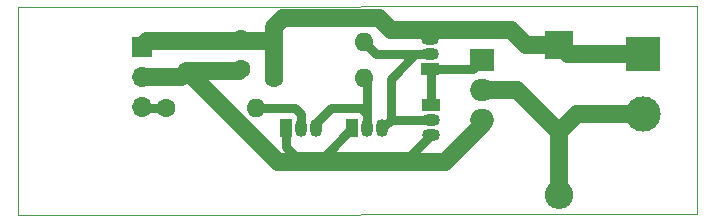
<source format=gbr>
%TF.GenerationSoftware,KiCad,Pcbnew,7.0.8*%
%TF.CreationDate,2023-11-19T21:17:52+02:00*%
%TF.ProjectId,DC_Motor_Driver,44435f4d-6f74-46f7-925f-447269766572,rev?*%
%TF.SameCoordinates,Original*%
%TF.FileFunction,Copper,L1,Top*%
%TF.FilePolarity,Positive*%
%FSLAX46Y46*%
G04 Gerber Fmt 4.6, Leading zero omitted, Abs format (unit mm)*
G04 Created by KiCad (PCBNEW 7.0.8) date 2023-11-19 21:17:52*
%MOMM*%
%LPD*%
G01*
G04 APERTURE LIST*
%TA.AperFunction,ComponentPad*%
%ADD10R,1.700000X1.700000*%
%TD*%
%TA.AperFunction,ComponentPad*%
%ADD11O,1.700000X1.700000*%
%TD*%
%TA.AperFunction,ComponentPad*%
%ADD12R,1.500000X1.050000*%
%TD*%
%TA.AperFunction,ComponentPad*%
%ADD13O,1.500000X1.050000*%
%TD*%
%TA.AperFunction,ComponentPad*%
%ADD14C,1.600000*%
%TD*%
%TA.AperFunction,ComponentPad*%
%ADD15O,1.600000X1.600000*%
%TD*%
%TA.AperFunction,ComponentPad*%
%ADD16R,1.050000X1.500000*%
%TD*%
%TA.AperFunction,ComponentPad*%
%ADD17O,1.050000X1.500000*%
%TD*%
%TA.AperFunction,ComponentPad*%
%ADD18R,3.000000X3.000000*%
%TD*%
%TA.AperFunction,ComponentPad*%
%ADD19C,3.000000*%
%TD*%
%TA.AperFunction,ComponentPad*%
%ADD20R,2.000000X1.905000*%
%TD*%
%TA.AperFunction,ComponentPad*%
%ADD21O,2.000000X1.905000*%
%TD*%
%TA.AperFunction,ComponentPad*%
%ADD22R,1.600000X1.600000*%
%TD*%
%TA.AperFunction,ComponentPad*%
%ADD23R,2.400000X2.400000*%
%TD*%
%TA.AperFunction,ComponentPad*%
%ADD24O,2.400000X2.400000*%
%TD*%
%TA.AperFunction,Conductor*%
%ADD25C,1.500000*%
%TD*%
%TA.AperFunction,Conductor*%
%ADD26C,0.800000*%
%TD*%
%TA.AperFunction,Profile*%
%ADD27C,0.100000*%
%TD*%
G04 APERTURE END LIST*
D10*
X20529000Y16876000D03*
D11*
X20529000Y14336000D03*
X20529000Y11796000D03*
D12*
X45000000Y11938000D03*
D13*
X45000000Y10668000D03*
X45000000Y9398000D03*
D14*
X31750000Y17272000D03*
D15*
X39370000Y17272000D03*
D16*
X38354000Y9948000D03*
D17*
X39624000Y9948000D03*
X40894000Y9948000D03*
D16*
X32766000Y9948000D03*
D17*
X34036000Y9948000D03*
X35306000Y9948000D03*
D18*
X62992000Y16256000D03*
D19*
X62992000Y11176000D03*
D20*
X49347000Y15748000D03*
D21*
X49347000Y13208000D03*
X49347000Y10668000D03*
D14*
X22606000Y11684000D03*
D15*
X30226000Y11684000D03*
D22*
X24384000Y17326448D03*
D14*
X24384000Y14826448D03*
X31750000Y14224000D03*
D15*
X39370000Y14224000D03*
D12*
X44916000Y14986000D03*
D13*
X44916000Y16256000D03*
X44916000Y17526000D03*
D23*
X55880000Y17018000D03*
D24*
X55880000Y4318000D03*
D14*
X28956000Y17506000D03*
X28956000Y15006000D03*
D25*
X24384000Y14826448D02*
X28776448Y14826448D01*
X28776448Y14826448D02*
X28956000Y15006000D01*
D26*
X22606000Y11684000D02*
X20641000Y11684000D01*
X20641000Y11684000D02*
X20529000Y11796000D01*
D25*
X24384000Y17326448D02*
X20979448Y17326448D01*
X20979448Y17326448D02*
X20529000Y16876000D01*
X20529000Y14336000D02*
X23893552Y14336000D01*
X23893552Y14336000D02*
X24384000Y14826448D01*
X53086000Y17018000D02*
X51816000Y18288000D01*
X31750000Y17272000D02*
X31750000Y14224000D01*
D26*
X44916000Y17526000D02*
X44958000Y17526000D01*
D25*
X31750000Y18542000D02*
X31750000Y17272000D01*
X51816000Y18288000D02*
X45720000Y18288000D01*
X40640000Y19304000D02*
X32512000Y19304000D01*
D26*
X44958000Y17526000D02*
X45720000Y18288000D01*
D25*
X24384000Y17326448D02*
X31695552Y17326448D01*
X62992000Y16256000D02*
X56642000Y16256000D01*
X41656000Y18288000D02*
X40640000Y19304000D01*
X45720000Y18288000D02*
X41656000Y18288000D01*
X56642000Y16256000D02*
X55880000Y17018000D01*
X55880000Y17018000D02*
X53086000Y17018000D01*
X31695552Y17326448D02*
X31750000Y17272000D01*
X32512000Y19304000D02*
X31750000Y18542000D01*
D26*
X43222000Y7620000D02*
X45000000Y9398000D01*
X32766000Y9948000D02*
X32766000Y8382000D01*
D25*
X24384000Y14826448D02*
X32098448Y7112000D01*
D26*
X35560000Y7620000D02*
X36026000Y7620000D01*
X36026000Y7620000D02*
X38354000Y9948000D01*
X33528000Y7620000D02*
X35560000Y7620000D01*
D25*
X46228000Y7112000D02*
X49347000Y10231000D01*
D26*
X32766000Y8382000D02*
X33528000Y7620000D01*
D25*
X49347000Y10231000D02*
X49347000Y10668000D01*
X32098448Y7112000D02*
X46228000Y7112000D01*
D26*
X35560000Y7620000D02*
X43222000Y7620000D01*
X33505000Y11684000D02*
X34036000Y11153000D01*
X34036000Y11153000D02*
X34036000Y9948000D01*
X30226000Y11684000D02*
X33505000Y11684000D01*
X39624000Y11176000D02*
X39624000Y9948000D01*
X39624000Y9948000D02*
X39624000Y13970000D01*
X35306000Y10414000D02*
X36576000Y11684000D01*
X35306000Y9948000D02*
X35306000Y10414000D01*
X36576000Y11684000D02*
X39116000Y11684000D01*
X39624000Y13970000D02*
X39370000Y14224000D01*
X39116000Y11684000D02*
X39624000Y11176000D01*
X43711000Y16256000D02*
X44916000Y16256000D01*
X41614000Y14159000D02*
X43711000Y16256000D01*
X40386000Y16256000D02*
X44916000Y16256000D01*
X40894000Y9948000D02*
X41614000Y10668000D01*
X39370000Y17272000D02*
X40386000Y16256000D01*
X41614000Y10668000D02*
X45000000Y10668000D01*
X41614000Y10668000D02*
X41614000Y14159000D01*
X45000000Y11938000D02*
X45000000Y14902000D01*
X48585000Y14986000D02*
X49347000Y15748000D01*
X45000000Y14902000D02*
X44916000Y14986000D01*
X44916000Y14986000D02*
X48585000Y14986000D01*
D25*
X55880000Y9652000D02*
X55880000Y4318000D01*
X57404000Y11176000D02*
X62992000Y11176000D01*
X49347000Y13208000D02*
X52324000Y13208000D01*
X52324000Y13208000D02*
X55880000Y9652000D01*
X55880000Y9652000D02*
X57404000Y11176000D01*
D27*
X67564000Y20320000D02*
X67564000Y2667000D01*
X67564000Y2667000D02*
X10033000Y2603500D01*
X10033000Y20256500D02*
X67564000Y20320000D01*
X10033000Y2603500D02*
X10033000Y20256500D01*
M02*

</source>
